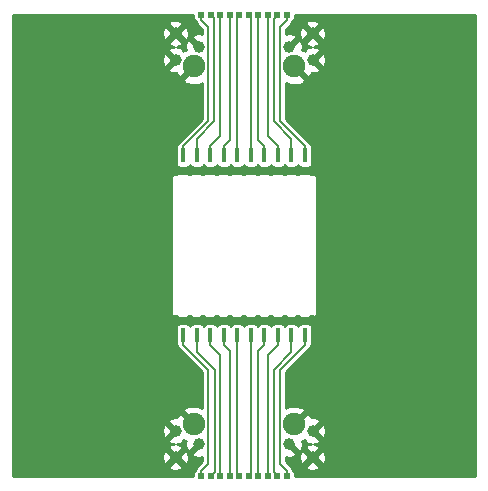
<source format=gbr>
G04 #@! TF.GenerationSoftware,KiCad,Pcbnew,(5.1.2)-1*
G04 #@! TF.CreationDate,2019-05-02T18:24:12-06:00*
G04 #@! TF.ProjectId,Igloo09,49676c6f-6f30-4392-9e6b-696361645f70,rev?*
G04 #@! TF.SameCoordinates,Original*
G04 #@! TF.FileFunction,Copper,L1,Top*
G04 #@! TF.FilePolarity,Positive*
%FSLAX46Y46*%
G04 Gerber Fmt 4.6, Leading zero omitted, Abs format (unit mm)*
G04 Created by KiCad (PCBNEW (5.1.2)-1) date 2019-05-02 18:24:12*
%MOMM*%
%LPD*%
G04 APERTURE LIST*
%ADD10C,1.900000*%
%ADD11C,1.000000*%
%ADD12R,0.381000X1.270000*%
%ADD13C,0.604000*%
%ADD14C,1.016000*%
%ADD15C,0.711000*%
%ADD16C,3.280000*%
%ADD17C,0.152400*%
%ADD18C,0.254000*%
G04 APERTURE END LIST*
D10*
X154250000Y-47850000D03*
X145750000Y-47850000D03*
D11*
X155800000Y-47300000D03*
X155800000Y-45050000D03*
X144200000Y-47300000D03*
X144200000Y-45050000D03*
X153825000Y-46175000D03*
X146175000Y-46175000D03*
D10*
X145750000Y-78150000D03*
X154250000Y-78150000D03*
D11*
X144200000Y-78700000D03*
X144200000Y-80950000D03*
X155800000Y-78700000D03*
X155800000Y-80950000D03*
X146175000Y-79825000D03*
X153825000Y-79825000D03*
D12*
X155143500Y-70615000D03*
X154000500Y-70615000D03*
X152857500Y-70615000D03*
X151714500Y-70615000D03*
X150571500Y-70615000D03*
X149428500Y-70615000D03*
X148285500Y-70615000D03*
X147142500Y-70615000D03*
X145999500Y-70615000D03*
X144856500Y-70615000D03*
X144856500Y-55385000D03*
X145999500Y-55385000D03*
X147142500Y-55385000D03*
X148285500Y-55385000D03*
X149428500Y-55385000D03*
X150571500Y-55385000D03*
X151714500Y-55385000D03*
X152857500Y-55385000D03*
X154000500Y-55385000D03*
X155143500Y-55385000D03*
D13*
X153600000Y-43500000D03*
X152800000Y-43500000D03*
X152000000Y-43500000D03*
X151200000Y-43500000D03*
X150400000Y-43500000D03*
X149600000Y-43500000D03*
X148800000Y-43500000D03*
X148000000Y-43500000D03*
X147200000Y-43500000D03*
X146400000Y-43500000D03*
D14*
X165240000Y-51380000D03*
X165240000Y-59380000D03*
X165240000Y-66620000D03*
X165240000Y-74620000D03*
X134760000Y-51380000D03*
X134760000Y-66620000D03*
X134760000Y-74620000D03*
X141285000Y-63000000D03*
X141285000Y-58000000D03*
X141285000Y-67920000D03*
X158715000Y-58000000D03*
X158715000Y-63000000D03*
X158715000Y-68000000D03*
D15*
X156715000Y-59000000D03*
X156715000Y-63010000D03*
X156715000Y-67000000D03*
X157715000Y-56000000D03*
X157715000Y-70000000D03*
X157715000Y-53000000D03*
X157715000Y-73000000D03*
X162000000Y-60000000D03*
X162000000Y-66000000D03*
X165240000Y-63000000D03*
X162740000Y-55360000D03*
X167740000Y-55400000D03*
X162740000Y-70660000D03*
X167740000Y-70620000D03*
X137260000Y-55380000D03*
X134760000Y-63000000D03*
X137260000Y-70620000D03*
X143285000Y-59000000D03*
X143285000Y-63090000D03*
X143285000Y-67000000D03*
X142285000Y-70000000D03*
X142285000Y-73000000D03*
X142285000Y-56000000D03*
X142285000Y-53000000D03*
X132260000Y-70620000D03*
X132260000Y-55380000D03*
X138000000Y-60000000D03*
X138000000Y-66000000D03*
X144250000Y-69250000D03*
X145400000Y-69250000D03*
X146550000Y-69250000D03*
X147700000Y-69250000D03*
X148850000Y-69250000D03*
X150000000Y-69250000D03*
X151150000Y-69240400D03*
X152300000Y-69250000D03*
X153450000Y-69240400D03*
X154600000Y-69240400D03*
X155750000Y-69240400D03*
X144253400Y-56750000D03*
X145403400Y-56750000D03*
X146553400Y-56750000D03*
X148853400Y-56750000D03*
X154603400Y-56750000D03*
X153453400Y-56750000D03*
X150003400Y-56750000D03*
X147703400Y-56750000D03*
X151153400Y-56750000D03*
X152303400Y-56750000D03*
X155753400Y-56750000D03*
D16*
X165240000Y-55380000D03*
X165240000Y-70620000D03*
X134760000Y-55380000D03*
X134760000Y-70620000D03*
D14*
X134760000Y-59380000D03*
D13*
X153600000Y-82500000D03*
X152800000Y-82500000D03*
X152000000Y-82500000D03*
X151200000Y-82500000D03*
X150400000Y-82500000D03*
X149600000Y-82500000D03*
X148800000Y-82500000D03*
X148000000Y-82500000D03*
X147200000Y-82500000D03*
X146400000Y-82500000D03*
D17*
X153600000Y-43927092D02*
X153600000Y-43500000D01*
X153023799Y-44503293D02*
X153600000Y-43927092D01*
X153023799Y-52477899D02*
X153023799Y-44503293D01*
X155143500Y-54597600D02*
X153023799Y-52477899D01*
X155143500Y-55385000D02*
X155143500Y-54597600D01*
X152498001Y-43801999D02*
X152800000Y-43500000D01*
X152498001Y-52450484D02*
X152498001Y-43801999D01*
X154000500Y-53952983D02*
X152498001Y-52450484D01*
X154000500Y-55385000D02*
X154000500Y-53952983D01*
X152000000Y-43927092D02*
X152000000Y-43500000D01*
X152000000Y-53740100D02*
X152000000Y-43927092D01*
X152857500Y-54597600D02*
X152000000Y-53740100D01*
X152857500Y-55385000D02*
X152857500Y-54597600D01*
X151200000Y-43927092D02*
X151200000Y-43500000D01*
X151200000Y-54083100D02*
X151200000Y-43927092D01*
X151714500Y-54597600D02*
X151200000Y-54083100D01*
X151714500Y-55385000D02*
X151714500Y-54597600D01*
X150571500Y-43671500D02*
X150400000Y-43500000D01*
X150571500Y-55385000D02*
X150571500Y-43671500D01*
X149428500Y-43671500D02*
X149600000Y-43500000D01*
X149428500Y-55385000D02*
X149428500Y-43671500D01*
X148800000Y-43927092D02*
X148800000Y-43500000D01*
X148800000Y-54083100D02*
X148800000Y-43927092D01*
X148285500Y-54597600D02*
X148800000Y-54083100D01*
X148285500Y-55385000D02*
X148285500Y-54597600D01*
X148000000Y-43927092D02*
X148000000Y-43500000D01*
X148000000Y-53740100D02*
X148000000Y-43927092D01*
X147142500Y-54597600D02*
X148000000Y-53740100D01*
X147142500Y-55385000D02*
X147142500Y-54597600D01*
X147472400Y-43772400D02*
X147200000Y-43500000D01*
X147472400Y-52480083D02*
X147472400Y-43772400D01*
X145999500Y-53952982D02*
X147472400Y-52480083D01*
X145999500Y-55385000D02*
X145999500Y-53952982D01*
X146400000Y-43927092D02*
X146400000Y-43500000D01*
X146976201Y-44503293D02*
X146400000Y-43927092D01*
X146976201Y-52477899D02*
X146976201Y-44503293D01*
X144856500Y-54597600D02*
X146976201Y-52477899D01*
X144856500Y-55385000D02*
X144856500Y-54597600D01*
X153600000Y-82072908D02*
X153600000Y-82500000D01*
X153023799Y-81496707D02*
X153600000Y-82072908D01*
X153023799Y-73522101D02*
X153023799Y-81496707D01*
X155143500Y-71402400D02*
X153023799Y-73522101D01*
X155143500Y-70615000D02*
X155143500Y-71402400D01*
X152498001Y-82198001D02*
X152800000Y-82500000D01*
X152498001Y-73549517D02*
X152498001Y-82198001D01*
X154000500Y-72047018D02*
X152498001Y-73549517D01*
X154000500Y-70615000D02*
X154000500Y-72047018D01*
X152000000Y-82072908D02*
X152000000Y-82500000D01*
X152857500Y-71402400D02*
X152000000Y-72259900D01*
X152857500Y-70615000D02*
X152857500Y-71402400D01*
X152000000Y-72259900D02*
X152000000Y-82072908D01*
X151200000Y-82072908D02*
X151200000Y-82500000D01*
X151200000Y-71916900D02*
X151200000Y-82072908D01*
X151714500Y-71402400D02*
X151200000Y-71916900D01*
X151714500Y-70615000D02*
X151714500Y-71402400D01*
X150571500Y-82328500D02*
X150400000Y-82500000D01*
X150571500Y-70615000D02*
X150571500Y-82328500D01*
X149428500Y-82328500D02*
X149600000Y-82500000D01*
X149428500Y-70615000D02*
X149428500Y-82328500D01*
X148800000Y-82072908D02*
X148800000Y-82500000D01*
X148800000Y-71916900D02*
X148800000Y-82072908D01*
X148285500Y-71402400D02*
X148800000Y-71916900D01*
X148285500Y-70615000D02*
X148285500Y-71402400D01*
X148000000Y-82072908D02*
X148000000Y-82500000D01*
X148000000Y-72259900D02*
X148000000Y-82072908D01*
X147142500Y-71402400D02*
X148000000Y-72259900D01*
X147142500Y-70615000D02*
X147142500Y-71402400D01*
X147501999Y-82198001D02*
X147200000Y-82500000D01*
X147501999Y-73549517D02*
X147501999Y-82198001D01*
X145999500Y-72047018D02*
X147501999Y-73549517D01*
X145999500Y-70615000D02*
X145999500Y-72047018D01*
X146400000Y-82072908D02*
X146400000Y-82500000D01*
X146976201Y-81496707D02*
X146400000Y-82072908D01*
X144856500Y-70615000D02*
X144856500Y-71402400D01*
X144856500Y-71402400D02*
X146976201Y-73522101D01*
X146976201Y-73522101D02*
X146976201Y-81496707D01*
D18*
G36*
X145671000Y-43571800D02*
G01*
X145699015Y-43712641D01*
X145753969Y-43845311D01*
X145833749Y-43964710D01*
X145908135Y-44039096D01*
X145921427Y-44082914D01*
X145932855Y-44120589D01*
X145979581Y-44208007D01*
X146042463Y-44284629D01*
X146061658Y-44300382D01*
X146473002Y-44711726D01*
X146473002Y-45078721D01*
X146316095Y-45043269D01*
X146092594Y-45037489D01*
X145872260Y-45075423D01*
X145663560Y-45155613D01*
X145611550Y-45183412D01*
X145576439Y-45396834D01*
X146175000Y-45995395D01*
X146189143Y-45981253D01*
X146368748Y-46160858D01*
X146354605Y-46175000D01*
X146368748Y-46189143D01*
X146222713Y-46335177D01*
X146093834Y-46301724D01*
X145981253Y-46189143D01*
X145995395Y-46175000D01*
X145396834Y-45576439D01*
X145193146Y-45609949D01*
X145282458Y-45409174D01*
X145331731Y-45191095D01*
X145337511Y-44967594D01*
X145299577Y-44747260D01*
X145219387Y-44538560D01*
X145191588Y-44486550D01*
X144978166Y-44451439D01*
X144379605Y-45050000D01*
X144978166Y-45648561D01*
X145181854Y-45615051D01*
X145092542Y-45815826D01*
X145043269Y-46033905D01*
X145037489Y-46257406D01*
X145064374Y-46413564D01*
X144973935Y-46461905D01*
X144916211Y-46404181D01*
X144798561Y-46521831D01*
X144763450Y-46308412D01*
X144559174Y-46217542D01*
X144364048Y-46173455D01*
X144502740Y-46149577D01*
X144711440Y-46069387D01*
X144763450Y-46041588D01*
X144798561Y-45828166D01*
X144200000Y-45229605D01*
X143601439Y-45828166D01*
X143636550Y-46041588D01*
X143840826Y-46132458D01*
X144035952Y-46176545D01*
X143897260Y-46200423D01*
X143688560Y-46280613D01*
X143636550Y-46308412D01*
X143601439Y-46521834D01*
X144200000Y-47120395D01*
X144214143Y-47106253D01*
X144305088Y-47197198D01*
X144255065Y-47300671D01*
X144206842Y-47486447D01*
X144200000Y-47479605D01*
X143601439Y-48078166D01*
X143636550Y-48291588D01*
X143840826Y-48382458D01*
X144058905Y-48431731D01*
X144276180Y-48437350D01*
X144304487Y-48518644D01*
X144390958Y-48680421D01*
X144650248Y-48770147D01*
X145570395Y-47850000D01*
X145300356Y-47579961D01*
X145331731Y-47441095D01*
X145336495Y-47256890D01*
X145750000Y-47670395D01*
X145764143Y-47656253D01*
X145943748Y-47835858D01*
X145929605Y-47850000D01*
X145943748Y-47864143D01*
X145764143Y-48043748D01*
X145750000Y-48029605D01*
X144829853Y-48949752D01*
X144919579Y-49209042D01*
X145200671Y-49344935D01*
X145502873Y-49423379D01*
X145814573Y-49441359D01*
X146123791Y-49398184D01*
X146418644Y-49295513D01*
X146473001Y-49266459D01*
X146473001Y-52269466D01*
X144518153Y-54224315D01*
X144498964Y-54240063D01*
X144483216Y-54259252D01*
X144483210Y-54259258D01*
X144436082Y-54316685D01*
X144389355Y-54404103D01*
X144381056Y-54431463D01*
X144362605Y-54446605D01*
X144309245Y-54511624D01*
X144269595Y-54585804D01*
X144245178Y-54666293D01*
X144236934Y-54750000D01*
X144236934Y-56020000D01*
X144245178Y-56103707D01*
X144269595Y-56184196D01*
X144309245Y-56258376D01*
X144362605Y-56323395D01*
X144427624Y-56376755D01*
X144501804Y-56416405D01*
X144582293Y-56440822D01*
X144666000Y-56449066D01*
X145047000Y-56449066D01*
X145130707Y-56440822D01*
X145211196Y-56416405D01*
X145285376Y-56376755D01*
X145350395Y-56323395D01*
X145403755Y-56258376D01*
X145428000Y-56213017D01*
X145452245Y-56258376D01*
X145505605Y-56323395D01*
X145570624Y-56376755D01*
X145644804Y-56416405D01*
X145725293Y-56440822D01*
X145809000Y-56449066D01*
X146190000Y-56449066D01*
X146273707Y-56440822D01*
X146354196Y-56416405D01*
X146428376Y-56376755D01*
X146493395Y-56323395D01*
X146546755Y-56258376D01*
X146571000Y-56213017D01*
X146595245Y-56258376D01*
X146648605Y-56323395D01*
X146713624Y-56376755D01*
X146787804Y-56416405D01*
X146868293Y-56440822D01*
X146952000Y-56449066D01*
X147333000Y-56449066D01*
X147416707Y-56440822D01*
X147497196Y-56416405D01*
X147571376Y-56376755D01*
X147636395Y-56323395D01*
X147689755Y-56258376D01*
X147714000Y-56213017D01*
X147738245Y-56258376D01*
X147791605Y-56323395D01*
X147856624Y-56376755D01*
X147930804Y-56416405D01*
X148011293Y-56440822D01*
X148095000Y-56449066D01*
X148476000Y-56449066D01*
X148559707Y-56440822D01*
X148640196Y-56416405D01*
X148714376Y-56376755D01*
X148779395Y-56323395D01*
X148832755Y-56258376D01*
X148857000Y-56213017D01*
X148881245Y-56258376D01*
X148934605Y-56323395D01*
X148999624Y-56376755D01*
X149073804Y-56416405D01*
X149154293Y-56440822D01*
X149238000Y-56449066D01*
X149619000Y-56449066D01*
X149702707Y-56440822D01*
X149783196Y-56416405D01*
X149857376Y-56376755D01*
X149922395Y-56323395D01*
X149975755Y-56258376D01*
X150000000Y-56213017D01*
X150024245Y-56258376D01*
X150077605Y-56323395D01*
X150142624Y-56376755D01*
X150216804Y-56416405D01*
X150297293Y-56440822D01*
X150381000Y-56449066D01*
X150762000Y-56449066D01*
X150845707Y-56440822D01*
X150926196Y-56416405D01*
X151000376Y-56376755D01*
X151065395Y-56323395D01*
X151118755Y-56258376D01*
X151143000Y-56213017D01*
X151167245Y-56258376D01*
X151220605Y-56323395D01*
X151285624Y-56376755D01*
X151359804Y-56416405D01*
X151440293Y-56440822D01*
X151524000Y-56449066D01*
X151905000Y-56449066D01*
X151988707Y-56440822D01*
X152069196Y-56416405D01*
X152143376Y-56376755D01*
X152208395Y-56323395D01*
X152261755Y-56258376D01*
X152286000Y-56213017D01*
X152310245Y-56258376D01*
X152363605Y-56323395D01*
X152428624Y-56376755D01*
X152502804Y-56416405D01*
X152583293Y-56440822D01*
X152667000Y-56449066D01*
X153048000Y-56449066D01*
X153131707Y-56440822D01*
X153212196Y-56416405D01*
X153286376Y-56376755D01*
X153351395Y-56323395D01*
X153404755Y-56258376D01*
X153429000Y-56213017D01*
X153453245Y-56258376D01*
X153506605Y-56323395D01*
X153571624Y-56376755D01*
X153645804Y-56416405D01*
X153726293Y-56440822D01*
X153810000Y-56449066D01*
X154191000Y-56449066D01*
X154274707Y-56440822D01*
X154355196Y-56416405D01*
X154429376Y-56376755D01*
X154494395Y-56323395D01*
X154547755Y-56258376D01*
X154572000Y-56213017D01*
X154596245Y-56258376D01*
X154649605Y-56323395D01*
X154714624Y-56376755D01*
X154788804Y-56416405D01*
X154869293Y-56440822D01*
X154953000Y-56449066D01*
X155334000Y-56449066D01*
X155417707Y-56440822D01*
X155498196Y-56416405D01*
X155572376Y-56376755D01*
X155637395Y-56323395D01*
X155690755Y-56258376D01*
X155730405Y-56184196D01*
X155754822Y-56103707D01*
X155763066Y-56020000D01*
X155763066Y-54750000D01*
X155754822Y-54666293D01*
X155730405Y-54585804D01*
X155690755Y-54511624D01*
X155637395Y-54446605D01*
X155618945Y-54431463D01*
X155610645Y-54404102D01*
X155563919Y-54316685D01*
X155556116Y-54307177D01*
X155516790Y-54259257D01*
X155516785Y-54259252D01*
X155501037Y-54240063D01*
X155481848Y-54224315D01*
X153526999Y-52269467D01*
X153526999Y-49260974D01*
X153700671Y-49344935D01*
X154002873Y-49423379D01*
X154314573Y-49441359D01*
X154623791Y-49398184D01*
X154918644Y-49295513D01*
X155080421Y-49209042D01*
X155170147Y-48949752D01*
X154250000Y-48029605D01*
X154235858Y-48043748D01*
X154056253Y-47864143D01*
X154070395Y-47850000D01*
X154056253Y-47835858D01*
X154235858Y-47656253D01*
X154250000Y-47670395D01*
X154665794Y-47254601D01*
X154662489Y-47382406D01*
X154696963Y-47582642D01*
X154429605Y-47850000D01*
X155349752Y-48770147D01*
X155609042Y-48680421D01*
X155728401Y-48433528D01*
X155882406Y-48437511D01*
X156102740Y-48399577D01*
X156311440Y-48319387D01*
X156363450Y-48291588D01*
X156398561Y-48078166D01*
X155800000Y-47479605D01*
X155798823Y-47480782D01*
X155798184Y-47476209D01*
X155736826Y-47300000D01*
X155979605Y-47300000D01*
X156578166Y-47898561D01*
X156791588Y-47863450D01*
X156882458Y-47659174D01*
X156931731Y-47441095D01*
X156937511Y-47217594D01*
X156899577Y-46997260D01*
X156819387Y-46788560D01*
X156791588Y-46736550D01*
X156578166Y-46701439D01*
X155979605Y-47300000D01*
X155736826Y-47300000D01*
X155699449Y-47192661D01*
X155785858Y-47106253D01*
X155800000Y-47120395D01*
X156398561Y-46521834D01*
X156363450Y-46308412D01*
X156159174Y-46217542D01*
X155964048Y-46173455D01*
X156102740Y-46149577D01*
X156311440Y-46069387D01*
X156363450Y-46041588D01*
X156398561Y-45828166D01*
X155800000Y-45229605D01*
X155201439Y-45828166D01*
X155236550Y-46041588D01*
X155440826Y-46132458D01*
X155635952Y-46176545D01*
X155497260Y-46200423D01*
X155288560Y-46280613D01*
X155236550Y-46308412D01*
X155201439Y-46521831D01*
X155083789Y-46404181D01*
X155024194Y-46463776D01*
X154933293Y-46419830D01*
X154956731Y-46316095D01*
X154962511Y-46092594D01*
X154924577Y-45872260D01*
X154844387Y-45663560D01*
X154818490Y-45615108D01*
X155021834Y-45648561D01*
X155620395Y-45050000D01*
X155979605Y-45050000D01*
X156578166Y-45648561D01*
X156791588Y-45613450D01*
X156882458Y-45409174D01*
X156931731Y-45191095D01*
X156937511Y-44967594D01*
X156899577Y-44747260D01*
X156819387Y-44538560D01*
X156791588Y-44486550D01*
X156578166Y-44451439D01*
X155979605Y-45050000D01*
X155620395Y-45050000D01*
X155021834Y-44451439D01*
X154808412Y-44486550D01*
X154717542Y-44690826D01*
X154668269Y-44908905D01*
X154662489Y-45132406D01*
X154700423Y-45352740D01*
X154780613Y-45561440D01*
X154806510Y-45609892D01*
X154603166Y-45576439D01*
X154004605Y-46175000D01*
X154018748Y-46189143D01*
X153910921Y-46296969D01*
X153876209Y-46301816D01*
X153778092Y-46335982D01*
X153631253Y-46189143D01*
X153645395Y-46175000D01*
X153631253Y-46160858D01*
X153810858Y-45981253D01*
X153825000Y-45995395D01*
X154423561Y-45396834D01*
X154388450Y-45183412D01*
X154184174Y-45092542D01*
X153966095Y-45043269D01*
X153742594Y-45037489D01*
X153526999Y-45074607D01*
X153526999Y-44711725D01*
X153938342Y-44300382D01*
X153957537Y-44284629D01*
X153968037Y-44271834D01*
X155201439Y-44271834D01*
X155800000Y-44870395D01*
X156398561Y-44271834D01*
X156363450Y-44058412D01*
X156159174Y-43967542D01*
X155941095Y-43918269D01*
X155717594Y-43912489D01*
X155497260Y-43950423D01*
X155288560Y-44030613D01*
X155236550Y-44058412D01*
X155201439Y-44271834D01*
X153968037Y-44271834D01*
X154020419Y-44208007D01*
X154067145Y-44120590D01*
X154091866Y-44039095D01*
X154166251Y-43964710D01*
X154246031Y-43845311D01*
X154300985Y-43712641D01*
X154329000Y-43571800D01*
X154329000Y-43452000D01*
X169548000Y-43452000D01*
X169548001Y-82548000D01*
X154329000Y-82548000D01*
X154329000Y-82428200D01*
X154300985Y-82287359D01*
X154246031Y-82154689D01*
X154166251Y-82035290D01*
X154091866Y-81960905D01*
X154067145Y-81879410D01*
X154020419Y-81791993D01*
X153968038Y-81728166D01*
X155201439Y-81728166D01*
X155236550Y-81941588D01*
X155440826Y-82032458D01*
X155658905Y-82081731D01*
X155882406Y-82087511D01*
X156102740Y-82049577D01*
X156311440Y-81969387D01*
X156363450Y-81941588D01*
X156398561Y-81728166D01*
X155800000Y-81129605D01*
X155201439Y-81728166D01*
X153968038Y-81728166D01*
X153957537Y-81715371D01*
X153938342Y-81699618D01*
X153526999Y-81288275D01*
X153526999Y-80921279D01*
X153683905Y-80956731D01*
X153907406Y-80962511D01*
X154127740Y-80924577D01*
X154336440Y-80844387D01*
X154388450Y-80816588D01*
X154423561Y-80603166D01*
X153825000Y-80004605D01*
X153810858Y-80018748D01*
X153631253Y-79839143D01*
X153645395Y-79825000D01*
X153631253Y-79810858D01*
X153777287Y-79664823D01*
X153906166Y-79698276D01*
X154018748Y-79810858D01*
X154004605Y-79825000D01*
X154603166Y-80423561D01*
X154806854Y-80390051D01*
X154717542Y-80590826D01*
X154668269Y-80808905D01*
X154662489Y-81032406D01*
X154700423Y-81252740D01*
X154780613Y-81461440D01*
X154808412Y-81513450D01*
X155021834Y-81548561D01*
X155620395Y-80950000D01*
X155979605Y-80950000D01*
X156578166Y-81548561D01*
X156791588Y-81513450D01*
X156882458Y-81309174D01*
X156931731Y-81091095D01*
X156937511Y-80867594D01*
X156899577Y-80647260D01*
X156819387Y-80438560D01*
X156791588Y-80386550D01*
X156578166Y-80351439D01*
X155979605Y-80950000D01*
X155620395Y-80950000D01*
X155021834Y-80351439D01*
X154818146Y-80384949D01*
X154907458Y-80184174D01*
X154956731Y-79966095D01*
X154962511Y-79742594D01*
X154935626Y-79586436D01*
X155026065Y-79538095D01*
X155083789Y-79595819D01*
X155201439Y-79478169D01*
X155236550Y-79691588D01*
X155440826Y-79782458D01*
X155635952Y-79826545D01*
X155497260Y-79850423D01*
X155288560Y-79930613D01*
X155236550Y-79958412D01*
X155201439Y-80171834D01*
X155800000Y-80770395D01*
X156398561Y-80171834D01*
X156363450Y-79958412D01*
X156159174Y-79867542D01*
X155964048Y-79823455D01*
X156102740Y-79799577D01*
X156311440Y-79719387D01*
X156363450Y-79691588D01*
X156398561Y-79478166D01*
X155800000Y-78879605D01*
X155785858Y-78893748D01*
X155694912Y-78802802D01*
X155744610Y-78700000D01*
X155979605Y-78700000D01*
X156578166Y-79298561D01*
X156791588Y-79263450D01*
X156882458Y-79059174D01*
X156931731Y-78841095D01*
X156937511Y-78617594D01*
X156899577Y-78397260D01*
X156819387Y-78188560D01*
X156791588Y-78136550D01*
X156578166Y-78101439D01*
X155979605Y-78700000D01*
X155744610Y-78700000D01*
X155744935Y-78699329D01*
X155793158Y-78513553D01*
X155800000Y-78520395D01*
X156398561Y-77921834D01*
X156363450Y-77708412D01*
X156159174Y-77617542D01*
X155941095Y-77568269D01*
X155723820Y-77562650D01*
X155695513Y-77481356D01*
X155609042Y-77319579D01*
X155349752Y-77229853D01*
X154429605Y-78150000D01*
X154699644Y-78420039D01*
X154668269Y-78558905D01*
X154663505Y-78743110D01*
X154250000Y-78329605D01*
X154235858Y-78343748D01*
X154056253Y-78164143D01*
X154070395Y-78150000D01*
X154056253Y-78135858D01*
X154235858Y-77956253D01*
X154250000Y-77970395D01*
X155170147Y-77050248D01*
X155080421Y-76790958D01*
X154799329Y-76655065D01*
X154497127Y-76576621D01*
X154185427Y-76558641D01*
X153876209Y-76601816D01*
X153581356Y-76704487D01*
X153526999Y-76733541D01*
X153526999Y-73730533D01*
X155481848Y-71775685D01*
X155501037Y-71759937D01*
X155516785Y-71740748D01*
X155516790Y-71740743D01*
X155563918Y-71683316D01*
X155569043Y-71673729D01*
X155610645Y-71595898D01*
X155618945Y-71568537D01*
X155637395Y-71553395D01*
X155690755Y-71488376D01*
X155730405Y-71414196D01*
X155754822Y-71333707D01*
X155763066Y-71250000D01*
X155763066Y-69980000D01*
X155754822Y-69896293D01*
X155730405Y-69815804D01*
X155690755Y-69741624D01*
X155637395Y-69676605D01*
X155572376Y-69623245D01*
X155498196Y-69583595D01*
X155417707Y-69559178D01*
X155334000Y-69550934D01*
X154953000Y-69550934D01*
X154869293Y-69559178D01*
X154788804Y-69583595D01*
X154714624Y-69623245D01*
X154649605Y-69676605D01*
X154596245Y-69741624D01*
X154572000Y-69786983D01*
X154547755Y-69741624D01*
X154494395Y-69676605D01*
X154429376Y-69623245D01*
X154355196Y-69583595D01*
X154274707Y-69559178D01*
X154191000Y-69550934D01*
X153810000Y-69550934D01*
X153726293Y-69559178D01*
X153645804Y-69583595D01*
X153571624Y-69623245D01*
X153506605Y-69676605D01*
X153453245Y-69741624D01*
X153429000Y-69786983D01*
X153404755Y-69741624D01*
X153351395Y-69676605D01*
X153286376Y-69623245D01*
X153212196Y-69583595D01*
X153131707Y-69559178D01*
X153048000Y-69550934D01*
X152667000Y-69550934D01*
X152583293Y-69559178D01*
X152502804Y-69583595D01*
X152428624Y-69623245D01*
X152363605Y-69676605D01*
X152310245Y-69741624D01*
X152286000Y-69786983D01*
X152261755Y-69741624D01*
X152208395Y-69676605D01*
X152143376Y-69623245D01*
X152069196Y-69583595D01*
X151988707Y-69559178D01*
X151905000Y-69550934D01*
X151524000Y-69550934D01*
X151440293Y-69559178D01*
X151359804Y-69583595D01*
X151285624Y-69623245D01*
X151220605Y-69676605D01*
X151167245Y-69741624D01*
X151143000Y-69786983D01*
X151118755Y-69741624D01*
X151065395Y-69676605D01*
X151000376Y-69623245D01*
X150926196Y-69583595D01*
X150845707Y-69559178D01*
X150762000Y-69550934D01*
X150381000Y-69550934D01*
X150297293Y-69559178D01*
X150216804Y-69583595D01*
X150142624Y-69623245D01*
X150077605Y-69676605D01*
X150024245Y-69741624D01*
X150000000Y-69786983D01*
X149975755Y-69741624D01*
X149922395Y-69676605D01*
X149857376Y-69623245D01*
X149783196Y-69583595D01*
X149702707Y-69559178D01*
X149619000Y-69550934D01*
X149238000Y-69550934D01*
X149154293Y-69559178D01*
X149073804Y-69583595D01*
X148999624Y-69623245D01*
X148934605Y-69676605D01*
X148881245Y-69741624D01*
X148857000Y-69786983D01*
X148832755Y-69741624D01*
X148779395Y-69676605D01*
X148714376Y-69623245D01*
X148640196Y-69583595D01*
X148559707Y-69559178D01*
X148476000Y-69550934D01*
X148095000Y-69550934D01*
X148011293Y-69559178D01*
X147930804Y-69583595D01*
X147856624Y-69623245D01*
X147791605Y-69676605D01*
X147738245Y-69741624D01*
X147714000Y-69786983D01*
X147689755Y-69741624D01*
X147636395Y-69676605D01*
X147571376Y-69623245D01*
X147497196Y-69583595D01*
X147416707Y-69559178D01*
X147333000Y-69550934D01*
X146952000Y-69550934D01*
X146868293Y-69559178D01*
X146787804Y-69583595D01*
X146713624Y-69623245D01*
X146648605Y-69676605D01*
X146595245Y-69741624D01*
X146571000Y-69786983D01*
X146546755Y-69741624D01*
X146493395Y-69676605D01*
X146428376Y-69623245D01*
X146354196Y-69583595D01*
X146273707Y-69559178D01*
X146190000Y-69550934D01*
X145809000Y-69550934D01*
X145725293Y-69559178D01*
X145644804Y-69583595D01*
X145570624Y-69623245D01*
X145505605Y-69676605D01*
X145452245Y-69741624D01*
X145428000Y-69786983D01*
X145403755Y-69741624D01*
X145350395Y-69676605D01*
X145285376Y-69623245D01*
X145211196Y-69583595D01*
X145130707Y-69559178D01*
X145047000Y-69550934D01*
X144666000Y-69550934D01*
X144582293Y-69559178D01*
X144501804Y-69583595D01*
X144427624Y-69623245D01*
X144362605Y-69676605D01*
X144309245Y-69741624D01*
X144269595Y-69815804D01*
X144245178Y-69896293D01*
X144236934Y-69980000D01*
X144236934Y-71250000D01*
X144245178Y-71333707D01*
X144269595Y-71414196D01*
X144309245Y-71488376D01*
X144362605Y-71553395D01*
X144381056Y-71568537D01*
X144389355Y-71595897D01*
X144436082Y-71683315D01*
X144483210Y-71740742D01*
X144483216Y-71740748D01*
X144498964Y-71759937D01*
X144518153Y-71775685D01*
X146473001Y-73730534D01*
X146473001Y-76739026D01*
X146299329Y-76655065D01*
X145997127Y-76576621D01*
X145685427Y-76558641D01*
X145376209Y-76601816D01*
X145081356Y-76704487D01*
X144919579Y-76790958D01*
X144829853Y-77050248D01*
X145750000Y-77970395D01*
X145764143Y-77956253D01*
X145943748Y-78135858D01*
X145929605Y-78150000D01*
X145943748Y-78164143D01*
X145764143Y-78343748D01*
X145750000Y-78329605D01*
X145334206Y-78745399D01*
X145337511Y-78617594D01*
X145303037Y-78417358D01*
X145570395Y-78150000D01*
X144650248Y-77229853D01*
X144390958Y-77319579D01*
X144271599Y-77566472D01*
X144117594Y-77562489D01*
X143897260Y-77600423D01*
X143688560Y-77680613D01*
X143636550Y-77708412D01*
X143601439Y-77921834D01*
X144200000Y-78520395D01*
X144201177Y-78519218D01*
X144201816Y-78523791D01*
X144300551Y-78807339D01*
X144214143Y-78893748D01*
X144200000Y-78879605D01*
X143601439Y-79478166D01*
X143636550Y-79691588D01*
X143840826Y-79782458D01*
X144035952Y-79826545D01*
X143897260Y-79850423D01*
X143688560Y-79930613D01*
X143636550Y-79958412D01*
X143601439Y-80171834D01*
X144200000Y-80770395D01*
X144798561Y-80171834D01*
X144763450Y-79958412D01*
X144559174Y-79867542D01*
X144364048Y-79823455D01*
X144502740Y-79799577D01*
X144711440Y-79719387D01*
X144763450Y-79691588D01*
X144798561Y-79478169D01*
X144916211Y-79595819D01*
X144975806Y-79536224D01*
X145066707Y-79580170D01*
X145043269Y-79683905D01*
X145037489Y-79907406D01*
X145075423Y-80127740D01*
X145155613Y-80336440D01*
X145181510Y-80384892D01*
X144978166Y-80351439D01*
X144379605Y-80950000D01*
X144978166Y-81548561D01*
X145191588Y-81513450D01*
X145282458Y-81309174D01*
X145331731Y-81091095D01*
X145337511Y-80867594D01*
X145299577Y-80647260D01*
X145219387Y-80438560D01*
X145193490Y-80390108D01*
X145396834Y-80423561D01*
X145995395Y-79825000D01*
X145981253Y-79810858D01*
X146089079Y-79703031D01*
X146123791Y-79698184D01*
X146221908Y-79664018D01*
X146368748Y-79810858D01*
X146354605Y-79825000D01*
X146368748Y-79839143D01*
X146189143Y-80018748D01*
X146175000Y-80004605D01*
X145576439Y-80603166D01*
X145611550Y-80816588D01*
X145815826Y-80907458D01*
X146033905Y-80956731D01*
X146257406Y-80962511D01*
X146473002Y-80925393D01*
X146473002Y-81288274D01*
X146061658Y-81699618D01*
X146042463Y-81715371D01*
X145979581Y-81791993D01*
X145956567Y-81835050D01*
X145932855Y-81879411D01*
X145908135Y-81960904D01*
X145833749Y-82035290D01*
X145753969Y-82154689D01*
X145699015Y-82287359D01*
X145671000Y-82428200D01*
X145671000Y-82548000D01*
X130452000Y-82548000D01*
X130452000Y-81728166D01*
X143601439Y-81728166D01*
X143636550Y-81941588D01*
X143840826Y-82032458D01*
X144058905Y-82081731D01*
X144282406Y-82087511D01*
X144502740Y-82049577D01*
X144711440Y-81969387D01*
X144763450Y-81941588D01*
X144798561Y-81728166D01*
X144200000Y-81129605D01*
X143601439Y-81728166D01*
X130452000Y-81728166D01*
X130452000Y-81032406D01*
X143062489Y-81032406D01*
X143100423Y-81252740D01*
X143180613Y-81461440D01*
X143208412Y-81513450D01*
X143421834Y-81548561D01*
X144020395Y-80950000D01*
X143421834Y-80351439D01*
X143208412Y-80386550D01*
X143117542Y-80590826D01*
X143068269Y-80808905D01*
X143062489Y-81032406D01*
X130452000Y-81032406D01*
X130452000Y-78782406D01*
X143062489Y-78782406D01*
X143100423Y-79002740D01*
X143180613Y-79211440D01*
X143208412Y-79263450D01*
X143421834Y-79298561D01*
X144020395Y-78700000D01*
X143421834Y-78101439D01*
X143208412Y-78136550D01*
X143117542Y-78340826D01*
X143068269Y-78558905D01*
X143062489Y-78782406D01*
X130452000Y-78782406D01*
X130452000Y-57285000D01*
X143830813Y-57285000D01*
X143833001Y-57307215D01*
X143833000Y-68692795D01*
X143830813Y-68715000D01*
X143839540Y-68803607D01*
X143865386Y-68888810D01*
X143907357Y-68967333D01*
X143963841Y-69036159D01*
X144032667Y-69092643D01*
X144111190Y-69134614D01*
X144196393Y-69160460D01*
X144285000Y-69169187D01*
X144307205Y-69167000D01*
X155692795Y-69167000D01*
X155715000Y-69169187D01*
X155737205Y-69167000D01*
X155803607Y-69160460D01*
X155888810Y-69134614D01*
X155967333Y-69092643D01*
X156036159Y-69036159D01*
X156092643Y-68967333D01*
X156134614Y-68888810D01*
X156160460Y-68803607D01*
X156169187Y-68715000D01*
X156167000Y-68692795D01*
X156167000Y-57307205D01*
X156169187Y-57285000D01*
X156160460Y-57196393D01*
X156134614Y-57111190D01*
X156092643Y-57032667D01*
X156036159Y-56963841D01*
X155967333Y-56907357D01*
X155888810Y-56865386D01*
X155803607Y-56839540D01*
X155737205Y-56833000D01*
X155715000Y-56830813D01*
X155692795Y-56833000D01*
X144307205Y-56833000D01*
X144285000Y-56830813D01*
X144262795Y-56833000D01*
X144196393Y-56839540D01*
X144111190Y-56865386D01*
X144032667Y-56907357D01*
X143963841Y-56963841D01*
X143907357Y-57032667D01*
X143865386Y-57111190D01*
X143839540Y-57196393D01*
X143830813Y-57285000D01*
X130452000Y-57285000D01*
X130452000Y-47382406D01*
X143062489Y-47382406D01*
X143100423Y-47602740D01*
X143180613Y-47811440D01*
X143208412Y-47863450D01*
X143421834Y-47898561D01*
X144020395Y-47300000D01*
X143421834Y-46701439D01*
X143208412Y-46736550D01*
X143117542Y-46940826D01*
X143068269Y-47158905D01*
X143062489Y-47382406D01*
X130452000Y-47382406D01*
X130452000Y-45132406D01*
X143062489Y-45132406D01*
X143100423Y-45352740D01*
X143180613Y-45561440D01*
X143208412Y-45613450D01*
X143421834Y-45648561D01*
X144020395Y-45050000D01*
X143421834Y-44451439D01*
X143208412Y-44486550D01*
X143117542Y-44690826D01*
X143068269Y-44908905D01*
X143062489Y-45132406D01*
X130452000Y-45132406D01*
X130452000Y-44271834D01*
X143601439Y-44271834D01*
X144200000Y-44870395D01*
X144798561Y-44271834D01*
X144763450Y-44058412D01*
X144559174Y-43967542D01*
X144341095Y-43918269D01*
X144117594Y-43912489D01*
X143897260Y-43950423D01*
X143688560Y-44030613D01*
X143636550Y-44058412D01*
X143601439Y-44271834D01*
X130452000Y-44271834D01*
X130452000Y-43452000D01*
X145671000Y-43452000D01*
X145671000Y-43571800D01*
X145671000Y-43571800D01*
G37*
X145671000Y-43571800D02*
X145699015Y-43712641D01*
X145753969Y-43845311D01*
X145833749Y-43964710D01*
X145908135Y-44039096D01*
X145921427Y-44082914D01*
X145932855Y-44120589D01*
X145979581Y-44208007D01*
X146042463Y-44284629D01*
X146061658Y-44300382D01*
X146473002Y-44711726D01*
X146473002Y-45078721D01*
X146316095Y-45043269D01*
X146092594Y-45037489D01*
X145872260Y-45075423D01*
X145663560Y-45155613D01*
X145611550Y-45183412D01*
X145576439Y-45396834D01*
X146175000Y-45995395D01*
X146189143Y-45981253D01*
X146368748Y-46160858D01*
X146354605Y-46175000D01*
X146368748Y-46189143D01*
X146222713Y-46335177D01*
X146093834Y-46301724D01*
X145981253Y-46189143D01*
X145995395Y-46175000D01*
X145396834Y-45576439D01*
X145193146Y-45609949D01*
X145282458Y-45409174D01*
X145331731Y-45191095D01*
X145337511Y-44967594D01*
X145299577Y-44747260D01*
X145219387Y-44538560D01*
X145191588Y-44486550D01*
X144978166Y-44451439D01*
X144379605Y-45050000D01*
X144978166Y-45648561D01*
X145181854Y-45615051D01*
X145092542Y-45815826D01*
X145043269Y-46033905D01*
X145037489Y-46257406D01*
X145064374Y-46413564D01*
X144973935Y-46461905D01*
X144916211Y-46404181D01*
X144798561Y-46521831D01*
X144763450Y-46308412D01*
X144559174Y-46217542D01*
X144364048Y-46173455D01*
X144502740Y-46149577D01*
X144711440Y-46069387D01*
X144763450Y-46041588D01*
X144798561Y-45828166D01*
X144200000Y-45229605D01*
X143601439Y-45828166D01*
X143636550Y-46041588D01*
X143840826Y-46132458D01*
X144035952Y-46176545D01*
X143897260Y-46200423D01*
X143688560Y-46280613D01*
X143636550Y-46308412D01*
X143601439Y-46521834D01*
X144200000Y-47120395D01*
X144214143Y-47106253D01*
X144305088Y-47197198D01*
X144255065Y-47300671D01*
X144206842Y-47486447D01*
X144200000Y-47479605D01*
X143601439Y-48078166D01*
X143636550Y-48291588D01*
X143840826Y-48382458D01*
X144058905Y-48431731D01*
X144276180Y-48437350D01*
X144304487Y-48518644D01*
X144390958Y-48680421D01*
X144650248Y-48770147D01*
X145570395Y-47850000D01*
X145300356Y-47579961D01*
X145331731Y-47441095D01*
X145336495Y-47256890D01*
X145750000Y-47670395D01*
X145764143Y-47656253D01*
X145943748Y-47835858D01*
X145929605Y-47850000D01*
X145943748Y-47864143D01*
X145764143Y-48043748D01*
X145750000Y-48029605D01*
X144829853Y-48949752D01*
X144919579Y-49209042D01*
X145200671Y-49344935D01*
X145502873Y-49423379D01*
X145814573Y-49441359D01*
X146123791Y-49398184D01*
X146418644Y-49295513D01*
X146473001Y-49266459D01*
X146473001Y-52269466D01*
X144518153Y-54224315D01*
X144498964Y-54240063D01*
X144483216Y-54259252D01*
X144483210Y-54259258D01*
X144436082Y-54316685D01*
X144389355Y-54404103D01*
X144381056Y-54431463D01*
X144362605Y-54446605D01*
X144309245Y-54511624D01*
X144269595Y-54585804D01*
X144245178Y-54666293D01*
X144236934Y-54750000D01*
X144236934Y-56020000D01*
X144245178Y-56103707D01*
X144269595Y-56184196D01*
X144309245Y-56258376D01*
X144362605Y-56323395D01*
X144427624Y-56376755D01*
X144501804Y-56416405D01*
X144582293Y-56440822D01*
X144666000Y-56449066D01*
X145047000Y-56449066D01*
X145130707Y-56440822D01*
X145211196Y-56416405D01*
X145285376Y-56376755D01*
X145350395Y-56323395D01*
X145403755Y-56258376D01*
X145428000Y-56213017D01*
X145452245Y-56258376D01*
X145505605Y-56323395D01*
X145570624Y-56376755D01*
X145644804Y-56416405D01*
X145725293Y-56440822D01*
X145809000Y-56449066D01*
X146190000Y-56449066D01*
X146273707Y-56440822D01*
X146354196Y-56416405D01*
X146428376Y-56376755D01*
X146493395Y-56323395D01*
X146546755Y-56258376D01*
X146571000Y-56213017D01*
X146595245Y-56258376D01*
X146648605Y-56323395D01*
X146713624Y-56376755D01*
X146787804Y-56416405D01*
X146868293Y-56440822D01*
X146952000Y-56449066D01*
X147333000Y-56449066D01*
X147416707Y-56440822D01*
X147497196Y-56416405D01*
X147571376Y-56376755D01*
X147636395Y-56323395D01*
X147689755Y-56258376D01*
X147714000Y-56213017D01*
X147738245Y-56258376D01*
X147791605Y-56323395D01*
X147856624Y-56376755D01*
X147930804Y-56416405D01*
X148011293Y-56440822D01*
X148095000Y-56449066D01*
X148476000Y-56449066D01*
X148559707Y-56440822D01*
X148640196Y-56416405D01*
X148714376Y-56376755D01*
X148779395Y-56323395D01*
X148832755Y-56258376D01*
X148857000Y-56213017D01*
X148881245Y-56258376D01*
X148934605Y-56323395D01*
X148999624Y-56376755D01*
X149073804Y-56416405D01*
X149154293Y-56440822D01*
X149238000Y-56449066D01*
X149619000Y-56449066D01*
X149702707Y-56440822D01*
X149783196Y-56416405D01*
X149857376Y-56376755D01*
X149922395Y-56323395D01*
X149975755Y-56258376D01*
X150000000Y-56213017D01*
X150024245Y-56258376D01*
X150077605Y-56323395D01*
X150142624Y-56376755D01*
X150216804Y-56416405D01*
X150297293Y-56440822D01*
X150381000Y-56449066D01*
X150762000Y-56449066D01*
X150845707Y-56440822D01*
X150926196Y-56416405D01*
X151000376Y-56376755D01*
X151065395Y-56323395D01*
X151118755Y-56258376D01*
X151143000Y-56213017D01*
X151167245Y-56258376D01*
X151220605Y-56323395D01*
X151285624Y-56376755D01*
X151359804Y-56416405D01*
X151440293Y-56440822D01*
X151524000Y-56449066D01*
X151905000Y-56449066D01*
X151988707Y-56440822D01*
X152069196Y-56416405D01*
X152143376Y-56376755D01*
X152208395Y-56323395D01*
X152261755Y-56258376D01*
X152286000Y-56213017D01*
X152310245Y-56258376D01*
X152363605Y-56323395D01*
X152428624Y-56376755D01*
X152502804Y-56416405D01*
X152583293Y-56440822D01*
X152667000Y-56449066D01*
X153048000Y-56449066D01*
X153131707Y-56440822D01*
X153212196Y-56416405D01*
X153286376Y-56376755D01*
X153351395Y-56323395D01*
X153404755Y-56258376D01*
X153429000Y-56213017D01*
X153453245Y-56258376D01*
X153506605Y-56323395D01*
X153571624Y-56376755D01*
X153645804Y-56416405D01*
X153726293Y-56440822D01*
X153810000Y-56449066D01*
X154191000Y-56449066D01*
X154274707Y-56440822D01*
X154355196Y-56416405D01*
X154429376Y-56376755D01*
X154494395Y-56323395D01*
X154547755Y-56258376D01*
X154572000Y-56213017D01*
X154596245Y-56258376D01*
X154649605Y-56323395D01*
X154714624Y-56376755D01*
X154788804Y-56416405D01*
X154869293Y-56440822D01*
X154953000Y-56449066D01*
X155334000Y-56449066D01*
X155417707Y-56440822D01*
X155498196Y-56416405D01*
X155572376Y-56376755D01*
X155637395Y-56323395D01*
X155690755Y-56258376D01*
X155730405Y-56184196D01*
X155754822Y-56103707D01*
X155763066Y-56020000D01*
X155763066Y-54750000D01*
X155754822Y-54666293D01*
X155730405Y-54585804D01*
X155690755Y-54511624D01*
X155637395Y-54446605D01*
X155618945Y-54431463D01*
X155610645Y-54404102D01*
X155563919Y-54316685D01*
X155556116Y-54307177D01*
X155516790Y-54259257D01*
X155516785Y-54259252D01*
X155501037Y-54240063D01*
X155481848Y-54224315D01*
X153526999Y-52269467D01*
X153526999Y-49260974D01*
X153700671Y-49344935D01*
X154002873Y-49423379D01*
X154314573Y-49441359D01*
X154623791Y-49398184D01*
X154918644Y-49295513D01*
X155080421Y-49209042D01*
X155170147Y-48949752D01*
X154250000Y-48029605D01*
X154235858Y-48043748D01*
X154056253Y-47864143D01*
X154070395Y-47850000D01*
X154056253Y-47835858D01*
X154235858Y-47656253D01*
X154250000Y-47670395D01*
X154665794Y-47254601D01*
X154662489Y-47382406D01*
X154696963Y-47582642D01*
X154429605Y-47850000D01*
X155349752Y-48770147D01*
X155609042Y-48680421D01*
X155728401Y-48433528D01*
X155882406Y-48437511D01*
X156102740Y-48399577D01*
X156311440Y-48319387D01*
X156363450Y-48291588D01*
X156398561Y-48078166D01*
X155800000Y-47479605D01*
X155798823Y-47480782D01*
X155798184Y-47476209D01*
X155736826Y-47300000D01*
X155979605Y-47300000D01*
X156578166Y-47898561D01*
X156791588Y-47863450D01*
X156882458Y-47659174D01*
X156931731Y-47441095D01*
X156937511Y-47217594D01*
X156899577Y-46997260D01*
X156819387Y-46788560D01*
X156791588Y-46736550D01*
X156578166Y-46701439D01*
X155979605Y-47300000D01*
X155736826Y-47300000D01*
X155699449Y-47192661D01*
X155785858Y-47106253D01*
X155800000Y-47120395D01*
X156398561Y-46521834D01*
X156363450Y-46308412D01*
X156159174Y-46217542D01*
X155964048Y-46173455D01*
X156102740Y-46149577D01*
X156311440Y-46069387D01*
X156363450Y-46041588D01*
X156398561Y-45828166D01*
X155800000Y-45229605D01*
X155201439Y-45828166D01*
X155236550Y-46041588D01*
X155440826Y-46132458D01*
X155635952Y-46176545D01*
X155497260Y-46200423D01*
X155288560Y-46280613D01*
X155236550Y-46308412D01*
X155201439Y-46521831D01*
X155083789Y-46404181D01*
X155024194Y-46463776D01*
X154933293Y-46419830D01*
X154956731Y-46316095D01*
X154962511Y-46092594D01*
X154924577Y-45872260D01*
X154844387Y-45663560D01*
X154818490Y-45615108D01*
X155021834Y-45648561D01*
X155620395Y-45050000D01*
X155979605Y-45050000D01*
X156578166Y-45648561D01*
X156791588Y-45613450D01*
X156882458Y-45409174D01*
X156931731Y-45191095D01*
X156937511Y-44967594D01*
X156899577Y-44747260D01*
X156819387Y-44538560D01*
X156791588Y-44486550D01*
X156578166Y-44451439D01*
X155979605Y-45050000D01*
X155620395Y-45050000D01*
X155021834Y-44451439D01*
X154808412Y-44486550D01*
X154717542Y-44690826D01*
X154668269Y-44908905D01*
X154662489Y-45132406D01*
X154700423Y-45352740D01*
X154780613Y-45561440D01*
X154806510Y-45609892D01*
X154603166Y-45576439D01*
X154004605Y-46175000D01*
X154018748Y-46189143D01*
X153910921Y-46296969D01*
X153876209Y-46301816D01*
X153778092Y-46335982D01*
X153631253Y-46189143D01*
X153645395Y-46175000D01*
X153631253Y-46160858D01*
X153810858Y-45981253D01*
X153825000Y-45995395D01*
X154423561Y-45396834D01*
X154388450Y-45183412D01*
X154184174Y-45092542D01*
X153966095Y-45043269D01*
X153742594Y-45037489D01*
X153526999Y-45074607D01*
X153526999Y-44711725D01*
X153938342Y-44300382D01*
X153957537Y-44284629D01*
X153968037Y-44271834D01*
X155201439Y-44271834D01*
X155800000Y-44870395D01*
X156398561Y-44271834D01*
X156363450Y-44058412D01*
X156159174Y-43967542D01*
X155941095Y-43918269D01*
X155717594Y-43912489D01*
X155497260Y-43950423D01*
X155288560Y-44030613D01*
X155236550Y-44058412D01*
X155201439Y-44271834D01*
X153968037Y-44271834D01*
X154020419Y-44208007D01*
X154067145Y-44120590D01*
X154091866Y-44039095D01*
X154166251Y-43964710D01*
X154246031Y-43845311D01*
X154300985Y-43712641D01*
X154329000Y-43571800D01*
X154329000Y-43452000D01*
X169548000Y-43452000D01*
X169548001Y-82548000D01*
X154329000Y-82548000D01*
X154329000Y-82428200D01*
X154300985Y-82287359D01*
X154246031Y-82154689D01*
X154166251Y-82035290D01*
X154091866Y-81960905D01*
X154067145Y-81879410D01*
X154020419Y-81791993D01*
X153968038Y-81728166D01*
X155201439Y-81728166D01*
X155236550Y-81941588D01*
X155440826Y-82032458D01*
X155658905Y-82081731D01*
X155882406Y-82087511D01*
X156102740Y-82049577D01*
X156311440Y-81969387D01*
X156363450Y-81941588D01*
X156398561Y-81728166D01*
X155800000Y-81129605D01*
X155201439Y-81728166D01*
X153968038Y-81728166D01*
X153957537Y-81715371D01*
X153938342Y-81699618D01*
X153526999Y-81288275D01*
X153526999Y-80921279D01*
X153683905Y-80956731D01*
X153907406Y-80962511D01*
X154127740Y-80924577D01*
X154336440Y-80844387D01*
X154388450Y-80816588D01*
X154423561Y-80603166D01*
X153825000Y-80004605D01*
X153810858Y-80018748D01*
X153631253Y-79839143D01*
X153645395Y-79825000D01*
X153631253Y-79810858D01*
X153777287Y-79664823D01*
X153906166Y-79698276D01*
X154018748Y-79810858D01*
X154004605Y-79825000D01*
X154603166Y-80423561D01*
X154806854Y-80390051D01*
X154717542Y-80590826D01*
X154668269Y-80808905D01*
X154662489Y-81032406D01*
X154700423Y-81252740D01*
X154780613Y-81461440D01*
X154808412Y-81513450D01*
X155021834Y-81548561D01*
X155620395Y-80950000D01*
X155979605Y-80950000D01*
X156578166Y-81548561D01*
X156791588Y-81513450D01*
X156882458Y-81309174D01*
X156931731Y-81091095D01*
X156937511Y-80867594D01*
X156899577Y-80647260D01*
X156819387Y-80438560D01*
X156791588Y-80386550D01*
X156578166Y-80351439D01*
X155979605Y-80950000D01*
X155620395Y-80950000D01*
X155021834Y-80351439D01*
X154818146Y-80384949D01*
X154907458Y-80184174D01*
X154956731Y-79966095D01*
X154962511Y-79742594D01*
X154935626Y-79586436D01*
X155026065Y-79538095D01*
X155083789Y-79595819D01*
X155201439Y-79478169D01*
X155236550Y-79691588D01*
X155440826Y-79782458D01*
X155635952Y-79826545D01*
X155497260Y-79850423D01*
X155288560Y-79930613D01*
X155236550Y-79958412D01*
X155201439Y-80171834D01*
X155800000Y-80770395D01*
X156398561Y-80171834D01*
X156363450Y-79958412D01*
X156159174Y-79867542D01*
X155964048Y-79823455D01*
X156102740Y-79799577D01*
X156311440Y-79719387D01*
X156363450Y-79691588D01*
X156398561Y-79478166D01*
X155800000Y-78879605D01*
X155785858Y-78893748D01*
X155694912Y-78802802D01*
X155744610Y-78700000D01*
X155979605Y-78700000D01*
X156578166Y-79298561D01*
X156791588Y-79263450D01*
X156882458Y-79059174D01*
X156931731Y-78841095D01*
X156937511Y-78617594D01*
X156899577Y-78397260D01*
X156819387Y-78188560D01*
X156791588Y-78136550D01*
X156578166Y-78101439D01*
X155979605Y-78700000D01*
X155744610Y-78700000D01*
X155744935Y-78699329D01*
X155793158Y-78513553D01*
X155800000Y-78520395D01*
X156398561Y-77921834D01*
X156363450Y-77708412D01*
X156159174Y-77617542D01*
X155941095Y-77568269D01*
X155723820Y-77562650D01*
X155695513Y-77481356D01*
X155609042Y-77319579D01*
X155349752Y-77229853D01*
X154429605Y-78150000D01*
X154699644Y-78420039D01*
X154668269Y-78558905D01*
X154663505Y-78743110D01*
X154250000Y-78329605D01*
X154235858Y-78343748D01*
X154056253Y-78164143D01*
X154070395Y-78150000D01*
X154056253Y-78135858D01*
X154235858Y-77956253D01*
X154250000Y-77970395D01*
X155170147Y-77050248D01*
X155080421Y-76790958D01*
X154799329Y-76655065D01*
X154497127Y-76576621D01*
X154185427Y-76558641D01*
X153876209Y-76601816D01*
X153581356Y-76704487D01*
X153526999Y-76733541D01*
X153526999Y-73730533D01*
X155481848Y-71775685D01*
X155501037Y-71759937D01*
X155516785Y-71740748D01*
X155516790Y-71740743D01*
X155563918Y-71683316D01*
X155569043Y-71673729D01*
X155610645Y-71595898D01*
X155618945Y-71568537D01*
X155637395Y-71553395D01*
X155690755Y-71488376D01*
X155730405Y-71414196D01*
X155754822Y-71333707D01*
X155763066Y-71250000D01*
X155763066Y-69980000D01*
X155754822Y-69896293D01*
X155730405Y-69815804D01*
X155690755Y-69741624D01*
X155637395Y-69676605D01*
X155572376Y-69623245D01*
X155498196Y-69583595D01*
X155417707Y-69559178D01*
X155334000Y-69550934D01*
X154953000Y-69550934D01*
X154869293Y-69559178D01*
X154788804Y-69583595D01*
X154714624Y-69623245D01*
X154649605Y-69676605D01*
X154596245Y-69741624D01*
X154572000Y-69786983D01*
X154547755Y-69741624D01*
X154494395Y-69676605D01*
X154429376Y-69623245D01*
X154355196Y-69583595D01*
X154274707Y-69559178D01*
X154191000Y-69550934D01*
X153810000Y-69550934D01*
X153726293Y-69559178D01*
X153645804Y-69583595D01*
X153571624Y-69623245D01*
X153506605Y-69676605D01*
X153453245Y-69741624D01*
X153429000Y-69786983D01*
X153404755Y-69741624D01*
X153351395Y-69676605D01*
X153286376Y-69623245D01*
X153212196Y-69583595D01*
X153131707Y-69559178D01*
X153048000Y-69550934D01*
X152667000Y-69550934D01*
X152583293Y-69559178D01*
X152502804Y-69583595D01*
X152428624Y-69623245D01*
X152363605Y-69676605D01*
X152310245Y-69741624D01*
X152286000Y-69786983D01*
X152261755Y-69741624D01*
X152208395Y-69676605D01*
X152143376Y-69623245D01*
X152069196Y-69583595D01*
X151988707Y-69559178D01*
X151905000Y-69550934D01*
X151524000Y-69550934D01*
X151440293Y-69559178D01*
X151359804Y-69583595D01*
X151285624Y-69623245D01*
X151220605Y-69676605D01*
X151167245Y-69741624D01*
X151143000Y-69786983D01*
X151118755Y-69741624D01*
X151065395Y-69676605D01*
X151000376Y-69623245D01*
X150926196Y-69583595D01*
X150845707Y-69559178D01*
X150762000Y-69550934D01*
X150381000Y-69550934D01*
X150297293Y-69559178D01*
X150216804Y-69583595D01*
X150142624Y-69623245D01*
X150077605Y-69676605D01*
X150024245Y-69741624D01*
X150000000Y-69786983D01*
X149975755Y-69741624D01*
X149922395Y-69676605D01*
X149857376Y-69623245D01*
X149783196Y-69583595D01*
X149702707Y-69559178D01*
X149619000Y-69550934D01*
X149238000Y-69550934D01*
X149154293Y-69559178D01*
X149073804Y-69583595D01*
X148999624Y-69623245D01*
X148934605Y-69676605D01*
X148881245Y-69741624D01*
X148857000Y-69786983D01*
X148832755Y-69741624D01*
X148779395Y-69676605D01*
X148714376Y-69623245D01*
X148640196Y-69583595D01*
X148559707Y-69559178D01*
X148476000Y-69550934D01*
X148095000Y-69550934D01*
X148011293Y-69559178D01*
X147930804Y-69583595D01*
X147856624Y-69623245D01*
X147791605Y-69676605D01*
X147738245Y-69741624D01*
X147714000Y-69786983D01*
X147689755Y-69741624D01*
X147636395Y-69676605D01*
X147571376Y-69623245D01*
X147497196Y-69583595D01*
X147416707Y-69559178D01*
X147333000Y-69550934D01*
X146952000Y-69550934D01*
X146868293Y-69559178D01*
X146787804Y-69583595D01*
X146713624Y-69623245D01*
X146648605Y-69676605D01*
X146595245Y-69741624D01*
X146571000Y-69786983D01*
X146546755Y-69741624D01*
X146493395Y-69676605D01*
X146428376Y-69623245D01*
X146354196Y-69583595D01*
X146273707Y-69559178D01*
X146190000Y-69550934D01*
X145809000Y-69550934D01*
X145725293Y-69559178D01*
X145644804Y-69583595D01*
X145570624Y-69623245D01*
X145505605Y-69676605D01*
X145452245Y-69741624D01*
X145428000Y-69786983D01*
X145403755Y-69741624D01*
X145350395Y-69676605D01*
X145285376Y-69623245D01*
X145211196Y-69583595D01*
X145130707Y-69559178D01*
X145047000Y-69550934D01*
X144666000Y-69550934D01*
X144582293Y-69559178D01*
X144501804Y-69583595D01*
X144427624Y-69623245D01*
X144362605Y-69676605D01*
X144309245Y-69741624D01*
X144269595Y-69815804D01*
X144245178Y-69896293D01*
X144236934Y-69980000D01*
X144236934Y-71250000D01*
X144245178Y-71333707D01*
X144269595Y-71414196D01*
X144309245Y-71488376D01*
X144362605Y-71553395D01*
X144381056Y-71568537D01*
X144389355Y-71595897D01*
X144436082Y-71683315D01*
X144483210Y-71740742D01*
X144483216Y-71740748D01*
X144498964Y-71759937D01*
X144518153Y-71775685D01*
X146473001Y-73730534D01*
X146473001Y-76739026D01*
X146299329Y-76655065D01*
X145997127Y-76576621D01*
X145685427Y-76558641D01*
X145376209Y-76601816D01*
X145081356Y-76704487D01*
X144919579Y-76790958D01*
X144829853Y-77050248D01*
X145750000Y-77970395D01*
X145764143Y-77956253D01*
X145943748Y-78135858D01*
X145929605Y-78150000D01*
X145943748Y-78164143D01*
X145764143Y-78343748D01*
X145750000Y-78329605D01*
X145334206Y-78745399D01*
X145337511Y-78617594D01*
X145303037Y-78417358D01*
X145570395Y-78150000D01*
X144650248Y-77229853D01*
X144390958Y-77319579D01*
X144271599Y-77566472D01*
X144117594Y-77562489D01*
X143897260Y-77600423D01*
X143688560Y-77680613D01*
X143636550Y-77708412D01*
X143601439Y-77921834D01*
X144200000Y-78520395D01*
X144201177Y-78519218D01*
X144201816Y-78523791D01*
X144300551Y-78807339D01*
X144214143Y-78893748D01*
X144200000Y-78879605D01*
X143601439Y-79478166D01*
X143636550Y-79691588D01*
X143840826Y-79782458D01*
X144035952Y-79826545D01*
X143897260Y-79850423D01*
X143688560Y-79930613D01*
X143636550Y-79958412D01*
X143601439Y-80171834D01*
X144200000Y-80770395D01*
X144798561Y-80171834D01*
X144763450Y-79958412D01*
X144559174Y-79867542D01*
X144364048Y-79823455D01*
X144502740Y-79799577D01*
X144711440Y-79719387D01*
X144763450Y-79691588D01*
X144798561Y-79478169D01*
X144916211Y-79595819D01*
X144975806Y-79536224D01*
X145066707Y-79580170D01*
X145043269Y-79683905D01*
X145037489Y-79907406D01*
X145075423Y-80127740D01*
X145155613Y-80336440D01*
X145181510Y-80384892D01*
X144978166Y-80351439D01*
X144379605Y-80950000D01*
X144978166Y-81548561D01*
X145191588Y-81513450D01*
X145282458Y-81309174D01*
X145331731Y-81091095D01*
X145337511Y-80867594D01*
X145299577Y-80647260D01*
X145219387Y-80438560D01*
X145193490Y-80390108D01*
X145396834Y-80423561D01*
X145995395Y-79825000D01*
X145981253Y-79810858D01*
X146089079Y-79703031D01*
X146123791Y-79698184D01*
X146221908Y-79664018D01*
X146368748Y-79810858D01*
X146354605Y-79825000D01*
X146368748Y-79839143D01*
X146189143Y-80018748D01*
X146175000Y-80004605D01*
X145576439Y-80603166D01*
X145611550Y-80816588D01*
X145815826Y-80907458D01*
X146033905Y-80956731D01*
X146257406Y-80962511D01*
X146473002Y-80925393D01*
X146473002Y-81288274D01*
X146061658Y-81699618D01*
X146042463Y-81715371D01*
X145979581Y-81791993D01*
X145956567Y-81835050D01*
X145932855Y-81879411D01*
X145908135Y-81960904D01*
X145833749Y-82035290D01*
X145753969Y-82154689D01*
X145699015Y-82287359D01*
X145671000Y-82428200D01*
X145671000Y-82548000D01*
X130452000Y-82548000D01*
X130452000Y-81728166D01*
X143601439Y-81728166D01*
X143636550Y-81941588D01*
X143840826Y-82032458D01*
X144058905Y-82081731D01*
X144282406Y-82087511D01*
X144502740Y-82049577D01*
X144711440Y-81969387D01*
X144763450Y-81941588D01*
X144798561Y-81728166D01*
X144200000Y-81129605D01*
X143601439Y-81728166D01*
X130452000Y-81728166D01*
X130452000Y-81032406D01*
X143062489Y-81032406D01*
X143100423Y-81252740D01*
X143180613Y-81461440D01*
X143208412Y-81513450D01*
X143421834Y-81548561D01*
X144020395Y-80950000D01*
X143421834Y-80351439D01*
X143208412Y-80386550D01*
X143117542Y-80590826D01*
X143068269Y-80808905D01*
X143062489Y-81032406D01*
X130452000Y-81032406D01*
X130452000Y-78782406D01*
X143062489Y-78782406D01*
X143100423Y-79002740D01*
X143180613Y-79211440D01*
X143208412Y-79263450D01*
X143421834Y-79298561D01*
X144020395Y-78700000D01*
X143421834Y-78101439D01*
X143208412Y-78136550D01*
X143117542Y-78340826D01*
X143068269Y-78558905D01*
X143062489Y-78782406D01*
X130452000Y-78782406D01*
X130452000Y-57285000D01*
X143830813Y-57285000D01*
X143833001Y-57307215D01*
X143833000Y-68692795D01*
X143830813Y-68715000D01*
X143839540Y-68803607D01*
X143865386Y-68888810D01*
X143907357Y-68967333D01*
X143963841Y-69036159D01*
X144032667Y-69092643D01*
X144111190Y-69134614D01*
X144196393Y-69160460D01*
X144285000Y-69169187D01*
X144307205Y-69167000D01*
X155692795Y-69167000D01*
X155715000Y-69169187D01*
X155737205Y-69167000D01*
X155803607Y-69160460D01*
X155888810Y-69134614D01*
X155967333Y-69092643D01*
X156036159Y-69036159D01*
X156092643Y-68967333D01*
X156134614Y-68888810D01*
X156160460Y-68803607D01*
X156169187Y-68715000D01*
X156167000Y-68692795D01*
X156167000Y-57307205D01*
X156169187Y-57285000D01*
X156160460Y-57196393D01*
X156134614Y-57111190D01*
X156092643Y-57032667D01*
X156036159Y-56963841D01*
X155967333Y-56907357D01*
X155888810Y-56865386D01*
X155803607Y-56839540D01*
X155737205Y-56833000D01*
X155715000Y-56830813D01*
X155692795Y-56833000D01*
X144307205Y-56833000D01*
X144285000Y-56830813D01*
X144262795Y-56833000D01*
X144196393Y-56839540D01*
X144111190Y-56865386D01*
X144032667Y-56907357D01*
X143963841Y-56963841D01*
X143907357Y-57032667D01*
X143865386Y-57111190D01*
X143839540Y-57196393D01*
X143830813Y-57285000D01*
X130452000Y-57285000D01*
X130452000Y-47382406D01*
X143062489Y-47382406D01*
X143100423Y-47602740D01*
X143180613Y-47811440D01*
X143208412Y-47863450D01*
X143421834Y-47898561D01*
X144020395Y-47300000D01*
X143421834Y-46701439D01*
X143208412Y-46736550D01*
X143117542Y-46940826D01*
X143068269Y-47158905D01*
X143062489Y-47382406D01*
X130452000Y-47382406D01*
X130452000Y-45132406D01*
X143062489Y-45132406D01*
X143100423Y-45352740D01*
X143180613Y-45561440D01*
X143208412Y-45613450D01*
X143421834Y-45648561D01*
X144020395Y-45050000D01*
X143421834Y-44451439D01*
X143208412Y-44486550D01*
X143117542Y-44690826D01*
X143068269Y-44908905D01*
X143062489Y-45132406D01*
X130452000Y-45132406D01*
X130452000Y-44271834D01*
X143601439Y-44271834D01*
X144200000Y-44870395D01*
X144798561Y-44271834D01*
X144763450Y-44058412D01*
X144559174Y-43967542D01*
X144341095Y-43918269D01*
X144117594Y-43912489D01*
X143897260Y-43950423D01*
X143688560Y-44030613D01*
X143636550Y-44058412D01*
X143601439Y-44271834D01*
X130452000Y-44271834D01*
X130452000Y-43452000D01*
X145671000Y-43452000D01*
X145671000Y-43571800D01*
M02*

</source>
